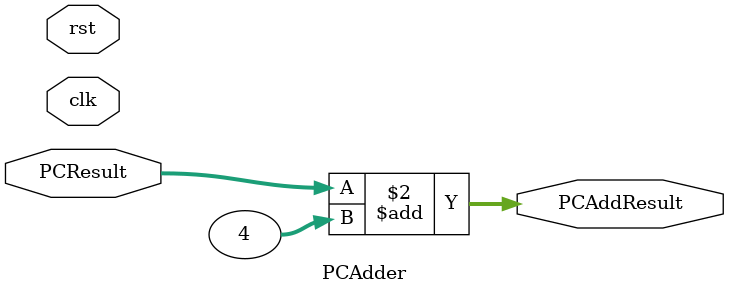
<source format=v>
`timescale 1ns / 1ps


module PCAdder(PCResult, PCAddResult, clk, rst);

    input [31:0] PCResult;
    input clk, rst;
    
    output reg [31:0] PCAddResult;

    initial begin
        PCAddResult <= 0;
    end    

    always @(PCResult) begin
    	PCAddResult <= PCResult + 32'h000000004;
    end       
    
endmodule

</source>
